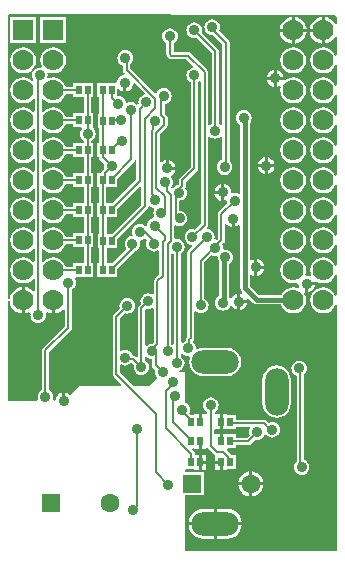
<source format=gbl>
G04*
G04 #@! TF.GenerationSoftware,Altium Limited,Altium Designer,21.0.8 (223)*
G04*
G04 Layer_Physical_Order=2*
G04 Layer_Color=16711680*
%FSLAX25Y25*%
%MOIN*%
G70*
G04*
G04 #@! TF.SameCoordinates,84E36BB9-B4DE-43A9-923A-922111DECC7A*
G04*
G04*
G04 #@! TF.FilePolarity,Positive*
G04*
G01*
G75*
%ADD12C,0.00800*%
%ADD57C,0.01500*%
%ADD59C,0.07000*%
%ADD60R,0.06299X0.06299*%
%ADD61C,0.06299*%
%ADD62R,0.07000X0.07000*%
%ADD63O,0.07874X0.15748*%
%ADD64O,0.15748X0.07874*%
%ADD65C,0.03600*%
%ADD66R,0.02000X0.03000*%
G36*
X109000Y179589D02*
X109500Y179089D01*
Y176702D01*
X109000Y176602D01*
X108931Y176769D01*
X108209Y177709D01*
X107269Y178431D01*
X106175Y178884D01*
X105500Y178973D01*
Y174500D01*
Y170027D01*
X106175Y170116D01*
X107269Y170569D01*
X108209Y171291D01*
X108931Y172231D01*
X109000Y172398D01*
X109500Y172298D01*
Y166179D01*
X109000Y166080D01*
X108756Y166669D01*
X108067Y167567D01*
X107169Y168256D01*
X106123Y168689D01*
X105000Y168837D01*
X103877Y168689D01*
X102831Y168256D01*
X101933Y167567D01*
X101244Y166669D01*
X100811Y165622D01*
X100663Y164500D01*
X100811Y163377D01*
X101244Y162331D01*
X101933Y161433D01*
X102831Y160744D01*
X103877Y160311D01*
X105000Y160163D01*
X106123Y160311D01*
X107169Y160744D01*
X108067Y161433D01*
X108756Y162331D01*
X109000Y162920D01*
X109500Y162821D01*
Y156179D01*
X109000Y156080D01*
X108756Y156669D01*
X108067Y157567D01*
X107169Y158256D01*
X106123Y158689D01*
X105000Y158837D01*
X103877Y158689D01*
X102831Y158256D01*
X101933Y157567D01*
X101244Y156669D01*
X100811Y155622D01*
X100663Y154500D01*
X100811Y153377D01*
X101244Y152331D01*
X101933Y151433D01*
X102831Y150744D01*
X103877Y150311D01*
X105000Y150163D01*
X106123Y150311D01*
X107169Y150744D01*
X108067Y151433D01*
X108756Y152331D01*
X109000Y152920D01*
X109500Y152821D01*
Y146179D01*
X109000Y146080D01*
X108756Y146669D01*
X108067Y147567D01*
X107169Y148256D01*
X106123Y148689D01*
X105000Y148837D01*
X103877Y148689D01*
X102831Y148256D01*
X101933Y147567D01*
X101244Y146669D01*
X100811Y145623D01*
X100663Y144500D01*
X100811Y143377D01*
X101244Y142331D01*
X101933Y141433D01*
X102831Y140744D01*
X103877Y140311D01*
X105000Y140163D01*
X106123Y140311D01*
X107169Y140744D01*
X108067Y141433D01*
X108756Y142331D01*
X109000Y142920D01*
X109500Y142821D01*
Y136179D01*
X109000Y136080D01*
X108756Y136669D01*
X108067Y137567D01*
X107169Y138256D01*
X106123Y138689D01*
X105000Y138837D01*
X103877Y138689D01*
X102831Y138256D01*
X101933Y137567D01*
X101244Y136669D01*
X100811Y135623D01*
X100663Y134500D01*
X100811Y133378D01*
X101244Y132331D01*
X101933Y131433D01*
X102831Y130744D01*
X103877Y130311D01*
X105000Y130163D01*
X106123Y130311D01*
X107169Y130744D01*
X108067Y131433D01*
X108756Y132331D01*
X109000Y132920D01*
X109500Y132821D01*
Y126179D01*
X109000Y126080D01*
X108756Y126669D01*
X108067Y127567D01*
X107169Y128256D01*
X106123Y128689D01*
X105000Y128837D01*
X103877Y128689D01*
X102831Y128256D01*
X101933Y127567D01*
X101244Y126669D01*
X100811Y125622D01*
X100663Y124500D01*
X100811Y123378D01*
X101244Y122331D01*
X101933Y121433D01*
X102831Y120744D01*
X103877Y120311D01*
X105000Y120163D01*
X106123Y120311D01*
X107169Y120744D01*
X108067Y121433D01*
X108756Y122331D01*
X109000Y122920D01*
X109500Y122821D01*
Y116179D01*
X109000Y116080D01*
X108756Y116669D01*
X108067Y117567D01*
X107169Y118256D01*
X106123Y118689D01*
X105000Y118837D01*
X103877Y118689D01*
X102831Y118256D01*
X101933Y117567D01*
X101244Y116669D01*
X100811Y115622D01*
X100663Y114500D01*
X100811Y113377D01*
X101244Y112331D01*
X101933Y111433D01*
X102831Y110744D01*
X103877Y110311D01*
X105000Y110163D01*
X106123Y110311D01*
X107169Y110744D01*
X108067Y111433D01*
X108756Y112331D01*
X109000Y112920D01*
X109500Y112821D01*
Y106179D01*
X109000Y106080D01*
X108756Y106669D01*
X108067Y107567D01*
X107169Y108256D01*
X106123Y108689D01*
X105000Y108837D01*
X103877Y108689D01*
X102831Y108256D01*
X101933Y107567D01*
X101244Y106669D01*
X100811Y105622D01*
X100663Y104500D01*
X100811Y103377D01*
X101244Y102331D01*
X101933Y101433D01*
X102831Y100744D01*
X103877Y100311D01*
X105000Y100163D01*
X106123Y100311D01*
X107169Y100744D01*
X108067Y101433D01*
X108756Y102331D01*
X109000Y102920D01*
X109500Y102821D01*
Y96179D01*
X109000Y96080D01*
X108756Y96669D01*
X108067Y97567D01*
X107169Y98256D01*
X106123Y98689D01*
X105000Y98837D01*
X103877Y98689D01*
X102831Y98256D01*
X101933Y97567D01*
X101244Y96669D01*
X100811Y95622D01*
X100663Y94500D01*
X100811Y93378D01*
X101001Y92918D01*
X100618Y92535D01*
X100286Y92673D01*
X99555Y92769D01*
X99397Y92748D01*
X99093Y93145D01*
X99189Y93378D01*
X99337Y94500D01*
X99189Y95622D01*
X98756Y96669D01*
X98067Y97567D01*
X97169Y98256D01*
X96122Y98689D01*
X95000Y98837D01*
X93878Y98689D01*
X92831Y98256D01*
X91933Y97567D01*
X91244Y96669D01*
X90811Y95622D01*
X90663Y94500D01*
X90811Y93378D01*
X91244Y92331D01*
X91933Y91433D01*
X92831Y90744D01*
X93878Y90311D01*
X95000Y90163D01*
X96122Y90311D01*
X96355Y90407D01*
X96752Y90103D01*
X96731Y89945D01*
X96827Y89214D01*
X96965Y88882D01*
X96582Y88499D01*
X96122Y88689D01*
X95000Y88837D01*
X93878Y88689D01*
X92831Y88256D01*
X91933Y87567D01*
X91244Y86669D01*
X91088Y86291D01*
X83444D01*
X80580Y89155D01*
Y92828D01*
X81029Y93050D01*
X81088Y93004D01*
X81769Y92722D01*
X82000Y92692D01*
Y95450D01*
Y98208D01*
X81769Y98178D01*
X81088Y97896D01*
X81029Y97850D01*
X80580Y98072D01*
Y143438D01*
X80522Y143730D01*
X80771Y144055D01*
X81033Y144687D01*
X81122Y145366D01*
X81033Y146045D01*
X80771Y146677D01*
X80354Y147221D01*
X79811Y147637D01*
X79179Y147899D01*
X78500Y147989D01*
X77821Y147899D01*
X77189Y147637D01*
X76646Y147221D01*
X76229Y146677D01*
X75967Y146045D01*
X75878Y145366D01*
X75967Y144687D01*
X76229Y144055D01*
X76646Y143512D01*
X77189Y143095D01*
X77420Y142999D01*
Y120146D01*
X76920Y119899D01*
X76761Y120021D01*
X76129Y120283D01*
X75450Y120372D01*
X74800Y120287D01*
X74718Y120289D01*
X74307Y120632D01*
X74228Y121231D01*
X73946Y121912D01*
X73497Y122497D01*
X72912Y122946D01*
X72231Y123228D01*
X72000Y123258D01*
Y120500D01*
Y117742D01*
X72231Y117772D01*
X72371Y117830D01*
X72861Y117492D01*
X72917Y117071D01*
X72953Y116983D01*
X70135Y114165D01*
X69870Y113768D01*
X69776Y113300D01*
Y105022D01*
X69439Y104684D01*
X68905Y104793D01*
X68735Y105047D01*
X68808Y105600D01*
X68718Y106279D01*
X68456Y106911D01*
X68040Y107454D01*
X67497Y107871D01*
X66864Y108133D01*
X66415Y108192D01*
X66228Y108712D01*
X66365Y108850D01*
X66630Y109247D01*
X66724Y109715D01*
Y138874D01*
X66932Y139008D01*
X67224Y139086D01*
X67689Y138729D01*
X68321Y138467D01*
X69000Y138378D01*
X69679Y138467D01*
X70311Y138729D01*
X70854Y139146D01*
X70870Y139166D01*
X71370Y138997D01*
Y131477D01*
X70783Y131234D01*
X70240Y130817D01*
X69823Y130274D01*
X69561Y129641D01*
X69471Y128963D01*
X69561Y128284D01*
X69823Y127651D01*
X70240Y127108D01*
X70783Y126691D01*
X71415Y126429D01*
X72094Y126340D01*
X72773Y126429D01*
X73405Y126691D01*
X73948Y127108D01*
X74365Y127651D01*
X74627Y128284D01*
X74716Y128963D01*
X74627Y129641D01*
X74365Y130274D01*
X73948Y130817D01*
X73817Y130917D01*
Y170406D01*
X73724Y170874D01*
X73459Y171271D01*
X70350Y174380D01*
X70533Y174821D01*
X70622Y175500D01*
X70533Y176179D01*
X70271Y176811D01*
X69854Y177354D01*
X69311Y177771D01*
X68679Y178033D01*
X68000Y178122D01*
X67321Y178033D01*
X66689Y177771D01*
X66146Y177354D01*
X65729Y176811D01*
X65467Y176179D01*
X65378Y175500D01*
X65467Y174821D01*
X65729Y174189D01*
X66146Y173646D01*
X66689Y173229D01*
X67321Y172967D01*
X68000Y172878D01*
X68347Y172923D01*
X71370Y169899D01*
Y143003D01*
X70870Y142833D01*
X70854Y142854D01*
X70311Y143271D01*
X70223Y143307D01*
Y167500D01*
X70130Y167968D01*
X69865Y168365D01*
X64497Y173733D01*
X64533Y173821D01*
X64622Y174500D01*
X64533Y175179D01*
X64271Y175811D01*
X63854Y176354D01*
X63311Y176771D01*
X62679Y177033D01*
X62000Y177122D01*
X61321Y177033D01*
X60689Y176771D01*
X60146Y176354D01*
X59729Y175811D01*
X59467Y175179D01*
X59378Y174500D01*
X59467Y173821D01*
X59729Y173189D01*
X60146Y172646D01*
X60689Y172229D01*
X61321Y171967D01*
X62000Y171878D01*
X62679Y171967D01*
X62766Y172003D01*
X67777Y166993D01*
Y143307D01*
X67689Y143271D01*
X67224Y142914D01*
X66932Y142992D01*
X66724Y143125D01*
Y160500D01*
X66630Y160968D01*
X66365Y161365D01*
X60765Y166965D01*
X60368Y167230D01*
X59900Y167324D01*
X55124D01*
Y170193D01*
X55211Y170229D01*
X55754Y170646D01*
X56171Y171189D01*
X56433Y171821D01*
X56522Y172500D01*
X56433Y173179D01*
X56171Y173811D01*
X55754Y174354D01*
X55211Y174771D01*
X54579Y175033D01*
X53900Y175122D01*
X53221Y175033D01*
X52589Y174771D01*
X52046Y174354D01*
X51629Y173811D01*
X51367Y173179D01*
X51278Y172500D01*
X51367Y171821D01*
X51629Y171189D01*
X52046Y170646D01*
X52589Y170229D01*
X52676Y170193D01*
Y166569D01*
X52770Y166100D01*
X53035Y165703D01*
X53504Y165235D01*
X53900Y164970D01*
X54369Y164876D01*
X59393D01*
X61685Y162585D01*
X61505Y162057D01*
X61321Y162033D01*
X60689Y161771D01*
X60146Y161354D01*
X59729Y160811D01*
X59467Y160179D01*
X59378Y159500D01*
X59467Y158821D01*
X59729Y158189D01*
X60146Y157646D01*
X60689Y157229D01*
X60777Y157193D01*
Y129007D01*
X57135Y125365D01*
X56870Y124968D01*
X56776Y124500D01*
Y123007D01*
X56688Y122919D01*
X56338Y122873D01*
X55705Y122611D01*
X55162Y122194D01*
X54868Y121810D01*
X54821Y121801D01*
X54365Y121889D01*
X54328Y122041D01*
X54671Y122489D01*
X54933Y123121D01*
X55022Y123800D01*
X54933Y124479D01*
X54671Y125111D01*
X54375Y125497D01*
X54405Y125954D01*
X54483Y126109D01*
X54997Y126503D01*
X55446Y127088D01*
X55728Y127769D01*
X55758Y128000D01*
X53000D01*
Y128500D01*
X52500D01*
Y131258D01*
X52269Y131228D01*
X51588Y130946D01*
X51123Y130589D01*
X50624Y130763D01*
Y139893D01*
X52737Y142006D01*
X53002Y142403D01*
X53095Y142871D01*
Y145371D01*
X53002Y145840D01*
X52737Y146237D01*
X52223Y146749D01*
Y150040D01*
X52549Y150083D01*
X53181Y150345D01*
X53724Y150762D01*
X54141Y151305D01*
X54403Y151938D01*
X54492Y152616D01*
X54403Y153295D01*
X54141Y153928D01*
X53724Y154471D01*
X53181Y154887D01*
X52549Y155149D01*
X51870Y155239D01*
X51191Y155149D01*
X50559Y154887D01*
X50016Y154471D01*
X49599Y153928D01*
X49497Y153683D01*
X48908Y153565D01*
X40723Y161749D01*
Y163294D01*
X40879Y163413D01*
X41296Y163956D01*
X41558Y164588D01*
X41647Y165267D01*
X41558Y165946D01*
X41296Y166578D01*
X40879Y167122D01*
X40336Y167538D01*
X39703Y167800D01*
X39024Y167890D01*
X38346Y167800D01*
X37713Y167538D01*
X37170Y167122D01*
X36753Y166578D01*
X36491Y165946D01*
X36402Y165267D01*
X36491Y164588D01*
X36753Y163956D01*
X37170Y163413D01*
X37713Y162996D01*
X38276Y162763D01*
Y161243D01*
X38370Y160774D01*
X38635Y160378D01*
X38854Y160158D01*
X38667Y159639D01*
X38165Y159573D01*
X37484Y159290D01*
X36899Y158842D01*
X36450Y158257D01*
X36168Y157576D01*
X36072Y156845D01*
X36033Y156800D01*
X29700D01*
Y152200D01*
X30327D01*
Y146700D01*
X29800D01*
Y142100D01*
X30327D01*
Y136800D01*
X29700D01*
Y132200D01*
X30277D01*
Y132134D01*
X30370Y131666D01*
X30635Y131269D01*
X31947Y129957D01*
X31910Y129869D01*
X31821Y129190D01*
X31910Y128512D01*
X31947Y128424D01*
X31235Y127712D01*
X30970Y127315D01*
X30876Y126847D01*
Y126800D01*
X29700D01*
Y122200D01*
X30277D01*
Y116800D01*
X29700D01*
Y112200D01*
X30327D01*
Y106700D01*
X29800D01*
Y102100D01*
X30327D01*
Y96800D01*
X29700D01*
Y92200D01*
X36300D01*
Y95070D01*
X41985Y100755D01*
X42079Y100767D01*
X42711Y101029D01*
X43254Y101446D01*
X43671Y101989D01*
X43933Y102621D01*
X44022Y103300D01*
X43933Y103979D01*
X43851Y104177D01*
X43859Y104243D01*
X44173Y104705D01*
X44586Y104760D01*
X45219Y105022D01*
X45615Y105326D01*
X46229Y104712D01*
X46229Y104711D01*
X45967Y104079D01*
X45878Y103400D01*
X45967Y102721D01*
X46229Y102089D01*
X46646Y101546D01*
X47189Y101129D01*
X47821Y100867D01*
X48500Y100778D01*
X49179Y100867D01*
X49811Y101129D01*
X49828Y101142D01*
X50276Y100921D01*
Y93207D01*
X48835Y91765D01*
X48570Y91368D01*
X48476Y90900D01*
Y86679D01*
X48028Y86458D01*
X48011Y86471D01*
X47379Y86733D01*
X46700Y86822D01*
X46021Y86733D01*
X45389Y86471D01*
X44846Y86054D01*
X44429Y85511D01*
X44167Y84879D01*
X44078Y84200D01*
X44167Y83521D01*
X44203Y83434D01*
X43535Y82765D01*
X43270Y82368D01*
X43176Y81900D01*
Y65744D01*
X42715Y65553D01*
X42538Y65729D01*
X42141Y65995D01*
X41673Y66088D01*
X41529D01*
X41271Y66711D01*
X40854Y67254D01*
X40311Y67671D01*
X39679Y67933D01*
X39000Y68022D01*
X38321Y67933D01*
X37689Y67671D01*
X37672Y67658D01*
X37224Y67879D01*
Y78493D01*
X38934Y80203D01*
X39021Y80167D01*
X39700Y80078D01*
X40379Y80167D01*
X41011Y80429D01*
X41554Y80846D01*
X41971Y81389D01*
X42233Y82021D01*
X42322Y82700D01*
X42233Y83379D01*
X41971Y84011D01*
X41554Y84554D01*
X41011Y84971D01*
X40379Y85233D01*
X39700Y85322D01*
X39021Y85233D01*
X38389Y84971D01*
X37846Y84554D01*
X37429Y84011D01*
X37167Y83379D01*
X37078Y82700D01*
X37167Y82021D01*
X37203Y81934D01*
X35135Y79865D01*
X34870Y79468D01*
X34776Y79000D01*
Y59943D01*
X34870Y59474D01*
X35135Y59078D01*
X37661Y56551D01*
X37470Y56090D01*
X23500D01*
X20446Y53036D01*
X19912Y53446D01*
X19231Y53728D01*
X19000Y53758D01*
Y51000D01*
X18000D01*
Y53758D01*
X17769Y53728D01*
X17088Y53446D01*
X16503Y52997D01*
X16054Y52412D01*
X15772Y51731D01*
X15688Y51090D01*
X15121D01*
X14844Y51505D01*
X14933Y51721D01*
X15022Y52400D01*
X14933Y53079D01*
X14671Y53711D01*
X14254Y54254D01*
X13711Y54671D01*
X13623Y54707D01*
Y67272D01*
X20865Y74514D01*
X21130Y74911D01*
X21224Y75379D01*
Y88093D01*
X21311Y88129D01*
X21854Y88546D01*
X22271Y89089D01*
X22533Y89721D01*
X22622Y90400D01*
X22533Y91079D01*
X22271Y91711D01*
X22240Y91752D01*
X22461Y92200D01*
X28300D01*
Y96800D01*
X27724D01*
Y102200D01*
X28300D01*
Y106800D01*
X27724D01*
Y112200D01*
X28300D01*
Y116800D01*
X27724D01*
Y122200D01*
X28300D01*
Y126800D01*
X27724D01*
Y132200D01*
X28300D01*
Y136800D01*
X27724D01*
Y137693D01*
X27811Y137729D01*
X28354Y138146D01*
X28771Y138689D01*
X29033Y139321D01*
X29122Y140000D01*
X29033Y140679D01*
X28771Y141311D01*
X28431Y141754D01*
X28300Y142200D01*
X28300Y142200D01*
X28300D01*
X28300Y142200D01*
Y146800D01*
X27724D01*
Y152200D01*
X28300D01*
Y156800D01*
X21700D01*
Y155724D01*
X19148D01*
X18756Y156669D01*
X18067Y157567D01*
X17168Y158256D01*
X16123Y158689D01*
X15000Y158837D01*
X13878Y158689D01*
X13445Y158510D01*
X13184Y158708D01*
X13041Y158884D01*
X13122Y159500D01*
X13041Y160116D01*
X13184Y160292D01*
X13445Y160490D01*
X13878Y160311D01*
X15000Y160163D01*
X16123Y160311D01*
X17168Y160744D01*
X18067Y161433D01*
X18756Y162331D01*
X19189Y163377D01*
X19337Y164500D01*
X19189Y165622D01*
X18756Y166669D01*
X18067Y167567D01*
X17168Y168256D01*
X16123Y168689D01*
X15000Y168837D01*
X13878Y168689D01*
X12832Y168256D01*
X11933Y167567D01*
X11244Y166669D01*
X10811Y165622D01*
X10663Y164500D01*
X10811Y163377D01*
X11157Y162540D01*
X10855Y162092D01*
X10834Y162078D01*
X10500Y162122D01*
X9821Y162033D01*
X9189Y161771D01*
X8646Y161354D01*
X8229Y160811D01*
X7967Y160179D01*
X7878Y159500D01*
X7967Y158821D01*
X8229Y158189D01*
X8462Y157885D01*
X8459Y157873D01*
X8384Y157815D01*
X7897Y157697D01*
X7169Y158256D01*
X6123Y158689D01*
X5000Y158837D01*
X3878Y158689D01*
X2831Y158256D01*
X1933Y157567D01*
X1244Y156669D01*
X811Y155622D01*
X663Y154500D01*
X811Y153377D01*
X1244Y152331D01*
X1933Y151433D01*
X2831Y150744D01*
X3878Y150311D01*
X5000Y150163D01*
X6123Y150311D01*
X7169Y150744D01*
X8067Y151433D01*
X8276Y151707D01*
X8777Y151537D01*
Y147463D01*
X8276Y147293D01*
X8067Y147567D01*
X7169Y148256D01*
X6123Y148689D01*
X5000Y148837D01*
X3878Y148689D01*
X2831Y148256D01*
X1933Y147567D01*
X1244Y146669D01*
X811Y145623D01*
X663Y144500D01*
X811Y143377D01*
X1244Y142331D01*
X1933Y141433D01*
X2831Y140744D01*
X3878Y140311D01*
X5000Y140163D01*
X6123Y140311D01*
X7169Y140744D01*
X8067Y141433D01*
X8276Y141707D01*
X8777Y141537D01*
Y137463D01*
X8276Y137294D01*
X8067Y137567D01*
X7169Y138256D01*
X6123Y138689D01*
X5000Y138837D01*
X3878Y138689D01*
X2831Y138256D01*
X1933Y137567D01*
X1244Y136669D01*
X811Y135623D01*
X663Y134500D01*
X811Y133378D01*
X1244Y132331D01*
X1933Y131433D01*
X2831Y130744D01*
X3878Y130311D01*
X5000Y130163D01*
X6123Y130311D01*
X7169Y130744D01*
X8067Y131433D01*
X8276Y131707D01*
X8777Y131537D01*
Y127463D01*
X8276Y127294D01*
X8067Y127567D01*
X7169Y128256D01*
X6123Y128689D01*
X5000Y128837D01*
X3878Y128689D01*
X2831Y128256D01*
X1933Y127567D01*
X1244Y126669D01*
X811Y125622D01*
X663Y124500D01*
X811Y123378D01*
X1244Y122331D01*
X1933Y121433D01*
X2831Y120744D01*
X3878Y120311D01*
X5000Y120163D01*
X6123Y120311D01*
X7169Y120744D01*
X8067Y121433D01*
X8276Y121706D01*
X8777Y121537D01*
Y117463D01*
X8276Y117294D01*
X8067Y117567D01*
X7169Y118256D01*
X6123Y118689D01*
X5000Y118837D01*
X3878Y118689D01*
X2831Y118256D01*
X1933Y117567D01*
X1244Y116669D01*
X811Y115622D01*
X663Y114500D01*
X811Y113377D01*
X1244Y112331D01*
X1933Y111433D01*
X2831Y110744D01*
X3878Y110311D01*
X5000Y110163D01*
X6123Y110311D01*
X7169Y110744D01*
X8067Y111433D01*
X8276Y111706D01*
X8777Y111537D01*
Y107463D01*
X8276Y107293D01*
X8067Y107567D01*
X7169Y108256D01*
X6123Y108689D01*
X5000Y108837D01*
X3878Y108689D01*
X2831Y108256D01*
X1933Y107567D01*
X1244Y106669D01*
X811Y105622D01*
X663Y104500D01*
X811Y103377D01*
X1244Y102331D01*
X1933Y101433D01*
X2831Y100744D01*
X3878Y100311D01*
X5000Y100163D01*
X6123Y100311D01*
X7169Y100744D01*
X8067Y101433D01*
X8276Y101707D01*
X8777Y101537D01*
Y97463D01*
X8276Y97294D01*
X8067Y97567D01*
X7169Y98256D01*
X6123Y98689D01*
X5000Y98837D01*
X3878Y98689D01*
X2831Y98256D01*
X1933Y97567D01*
X1244Y96669D01*
X811Y95622D01*
X663Y94500D01*
X811Y93378D01*
X1244Y92331D01*
X1933Y91433D01*
X2831Y90744D01*
X3878Y90311D01*
X5000Y90163D01*
X6123Y90311D01*
X7169Y90744D01*
X8067Y91433D01*
X8276Y91707D01*
X8777Y91537D01*
Y87748D01*
X8303Y87587D01*
X8209Y87709D01*
X7269Y88431D01*
X6175Y88884D01*
X5500Y88973D01*
Y84500D01*
Y80027D01*
X6175Y80116D01*
X7050Y80478D01*
X7295Y80302D01*
X7457Y80106D01*
X7378Y79500D01*
X7467Y78821D01*
X7729Y78189D01*
X8146Y77646D01*
X8689Y77229D01*
X9321Y76967D01*
X10000Y76878D01*
X10679Y76967D01*
X11311Y77229D01*
X11854Y77646D01*
X12271Y78189D01*
X12533Y78821D01*
X12622Y79500D01*
X12543Y80106D01*
X12705Y80302D01*
X12950Y80478D01*
X13825Y80116D01*
X14500Y80027D01*
Y84500D01*
X15500D01*
Y80027D01*
X16175Y80116D01*
X17269Y80569D01*
X18209Y81291D01*
X18303Y81413D01*
X18777Y81252D01*
Y75886D01*
X11535Y68644D01*
X11270Y68247D01*
X11176Y67779D01*
Y54707D01*
X11089Y54671D01*
X10546Y54254D01*
X10129Y53711D01*
X9867Y53079D01*
X9778Y52400D01*
X9867Y51721D01*
X9956Y51505D01*
X9679Y51090D01*
X0D01*
Y84172D01*
X500Y84205D01*
X616Y83325D01*
X1069Y82231D01*
X1791Y81291D01*
X2731Y80569D01*
X3825Y80116D01*
X4500Y80027D01*
Y84500D01*
Y88973D01*
X3825Y88884D01*
X2731Y88431D01*
X1791Y87709D01*
X1069Y86769D01*
X616Y85675D01*
X500Y84795D01*
X0Y84828D01*
Y179735D01*
X354Y180088D01*
X109000Y179589D01*
D02*
G37*
G36*
X39396Y154086D02*
X39627Y154117D01*
X40308Y154399D01*
X40893Y154848D01*
X41342Y155432D01*
X41624Y156114D01*
X41690Y156615D01*
X42210Y156803D01*
X45503Y153509D01*
X45342Y153036D01*
X45321Y153033D01*
X44689Y152771D01*
X44146Y152354D01*
X43729Y151811D01*
X43467Y151179D01*
X43378Y150500D01*
X43433Y150075D01*
X43275Y149883D01*
X42754Y149771D01*
X42211Y150188D01*
X41579Y150450D01*
X40900Y150539D01*
X40221Y150450D01*
X39703Y150235D01*
X39342Y150365D01*
X39165Y150493D01*
X39147Y150622D01*
X38885Y151255D01*
X38469Y151798D01*
X37926Y152215D01*
X37293Y152477D01*
X36614Y152566D01*
X36300Y152842D01*
Y154807D01*
X36800Y154977D01*
X36899Y154848D01*
X37484Y154399D01*
X38165Y154117D01*
X38396Y154086D01*
Y156845D01*
X39396D01*
Y154086D01*
D02*
G37*
G36*
X21700Y152200D02*
X25276D01*
Y146800D01*
X21700D01*
Y145723D01*
X19148D01*
X18756Y146669D01*
X18067Y147567D01*
X17168Y148256D01*
X16123Y148689D01*
X15000Y148837D01*
X13878Y148689D01*
X12832Y148256D01*
X11933Y147567D01*
X11723Y147293D01*
X11224Y147463D01*
Y151537D01*
X11723Y151707D01*
X11933Y151433D01*
X12832Y150744D01*
X13878Y150311D01*
X15000Y150163D01*
X16123Y150311D01*
X17168Y150744D01*
X18067Y151433D01*
X18756Y152331D01*
X19148Y153277D01*
X21700D01*
Y152200D01*
D02*
G37*
G36*
Y142200D02*
X24320D01*
X24527Y141700D01*
X24229Y141311D01*
X23967Y140679D01*
X23878Y140000D01*
X23967Y139321D01*
X24229Y138689D01*
X24646Y138146D01*
X25189Y137729D01*
X25276Y137693D01*
Y136800D01*
X21700D01*
Y135723D01*
X19148D01*
X18756Y136669D01*
X18067Y137567D01*
X17168Y138256D01*
X16123Y138689D01*
X15000Y138837D01*
X13878Y138689D01*
X12832Y138256D01*
X11933Y137567D01*
X11723Y137294D01*
X11224Y137463D01*
Y141537D01*
X11723Y141707D01*
X11933Y141433D01*
X12832Y140744D01*
X13878Y140311D01*
X15000Y140163D01*
X16123Y140311D01*
X17168Y140744D01*
X18067Y141433D01*
X18756Y142331D01*
X19148Y143277D01*
X21700D01*
Y142200D01*
D02*
G37*
G36*
Y132200D02*
X25276D01*
Y126800D01*
X21700D01*
Y125724D01*
X19148D01*
X18756Y126669D01*
X18067Y127567D01*
X17168Y128256D01*
X16123Y128689D01*
X15000Y128837D01*
X13878Y128689D01*
X12832Y128256D01*
X11933Y127567D01*
X11723Y127294D01*
X11224Y127463D01*
Y131537D01*
X11723Y131707D01*
X11933Y131433D01*
X12832Y130744D01*
X13878Y130311D01*
X15000Y130163D01*
X16123Y130311D01*
X17168Y130744D01*
X18067Y131433D01*
X18756Y132331D01*
X19148Y133276D01*
X21700D01*
Y132200D01*
D02*
G37*
G36*
Y122200D02*
X25276D01*
Y116800D01*
X21700D01*
Y115724D01*
X19148D01*
X18756Y116669D01*
X18067Y117567D01*
X17168Y118256D01*
X16123Y118689D01*
X15000Y118837D01*
X13878Y118689D01*
X12832Y118256D01*
X11933Y117567D01*
X11723Y117294D01*
X11224Y117463D01*
Y121537D01*
X11723Y121706D01*
X11933Y121433D01*
X12832Y120744D01*
X13878Y120311D01*
X15000Y120163D01*
X16123Y120311D01*
X17168Y120744D01*
X18067Y121433D01*
X18756Y122331D01*
X19148Y123276D01*
X21700D01*
Y122200D01*
D02*
G37*
G36*
X42676Y131214D02*
Y124907D01*
X34570Y116800D01*
X32724D01*
Y122200D01*
X36300D01*
Y125070D01*
X41865Y130635D01*
X42130Y131032D01*
X42176Y131264D01*
X42676Y131214D01*
D02*
G37*
G36*
X21700Y112200D02*
X25276D01*
Y106800D01*
X21700D01*
Y105724D01*
X19148D01*
X18756Y106669D01*
X18067Y107567D01*
X17168Y108256D01*
X16123Y108689D01*
X15000Y108837D01*
X13878Y108689D01*
X12832Y108256D01*
X11933Y107567D01*
X11723Y107293D01*
X11224Y107463D01*
Y111537D01*
X11723Y111706D01*
X11933Y111433D01*
X12832Y110744D01*
X13878Y110311D01*
X15000Y110163D01*
X16123Y110311D01*
X17168Y110744D01*
X18067Y111433D01*
X18756Y112331D01*
X19148Y113277D01*
X21700D01*
Y112200D01*
D02*
G37*
G36*
X47489Y115619D02*
X48121Y115357D01*
X48460Y115313D01*
X48623Y115026D01*
X48702Y114777D01*
X48467Y114209D01*
X48378Y113530D01*
X48467Y112852D01*
X48614Y112498D01*
X48344Y111970D01*
X48322Y111955D01*
X48156Y111933D01*
X47524Y111671D01*
X46981Y111254D01*
X46564Y110711D01*
X46302Y110079D01*
X46212Y109400D01*
X46216Y109377D01*
X45830Y109181D01*
X45739Y109164D01*
X45219Y109564D01*
X44586Y109826D01*
X43907Y109915D01*
X43229Y109826D01*
X42596Y109564D01*
X42053Y109147D01*
X41636Y108604D01*
X41374Y107971D01*
X41285Y107293D01*
X41374Y106614D01*
X41456Y106416D01*
X41449Y106350D01*
X41134Y105887D01*
X40721Y105833D01*
X40089Y105571D01*
X39546Y105154D01*
X39129Y104611D01*
X38867Y103979D01*
X38778Y103300D01*
X38867Y102621D01*
X39129Y101989D01*
X39402Y101633D01*
X34570Y96800D01*
X32774D01*
Y102100D01*
X36400D01*
Y104970D01*
X46365Y114935D01*
X46630Y115332D01*
X46685Y115606D01*
X47112Y115818D01*
X47223Y115823D01*
X47489Y115619D01*
D02*
G37*
G36*
X64068Y157508D02*
X64276Y157375D01*
Y110222D01*
X62152Y108097D01*
X62064Y108133D01*
X61385Y108222D01*
X60707Y108133D01*
X60074Y107871D01*
X59531Y107454D01*
X59114Y106911D01*
X58852Y106279D01*
X58763Y105600D01*
X58852Y104921D01*
X59114Y104289D01*
X59531Y103746D01*
X60074Y103329D01*
X60707Y103067D01*
X61156Y103008D01*
X61343Y102488D01*
X59935Y101080D01*
X59670Y100683D01*
X59576Y100215D01*
Y72364D01*
X59535Y72322D01*
X59270Y71925D01*
X59176Y71457D01*
Y70928D01*
X58694Y70728D01*
X58151Y70311D01*
X58126Y70280D01*
X57626Y70450D01*
Y100117D01*
X58054Y100446D01*
X58471Y100989D01*
X58733Y101621D01*
X58822Y102300D01*
X58733Y102979D01*
X58471Y103611D01*
X58054Y104154D01*
X57511Y104571D01*
X56879Y104833D01*
X56200Y104922D01*
X55823Y104873D01*
X55323Y105252D01*
Y109306D01*
X55772Y109527D01*
X55789Y109514D01*
X56421Y109252D01*
X57100Y109162D01*
X57779Y109252D01*
X58411Y109514D01*
X58954Y109931D01*
X59371Y110474D01*
X59633Y111106D01*
X59722Y111785D01*
X59633Y112464D01*
X59371Y113096D01*
X58954Y113639D01*
X58411Y114056D01*
X57779Y114318D01*
X57100Y114407D01*
X57034Y114465D01*
Y117719D01*
X57695Y117806D01*
X58328Y118069D01*
X58871Y118485D01*
X59288Y119028D01*
X59550Y119661D01*
X59639Y120340D01*
X59550Y121018D01*
X59288Y121651D01*
X59067Y121938D01*
X59130Y122032D01*
X59224Y122500D01*
Y123993D01*
X62865Y127635D01*
X63130Y128032D01*
X63223Y128500D01*
Y157193D01*
X63311Y157229D01*
X63776Y157586D01*
X64068Y157508D01*
D02*
G37*
G36*
X75500Y108842D02*
X75731Y108872D01*
X76412Y109154D01*
X76920Y109544D01*
X77420Y109411D01*
Y88500D01*
X77540Y87895D01*
X77882Y87383D01*
X78083Y87182D01*
X77800Y86758D01*
X77631Y86828D01*
X77400Y86858D01*
Y84600D01*
X79658D01*
X79628Y84831D01*
X79558Y85000D01*
X79982Y85283D01*
X81672Y83593D01*
X82184Y83251D01*
X82789Y83131D01*
X90913D01*
X91244Y82331D01*
X91933Y81433D01*
X92831Y80744D01*
X93878Y80311D01*
X95000Y80163D01*
X96122Y80311D01*
X97169Y80744D01*
X98067Y81433D01*
X98756Y82331D01*
X99189Y83377D01*
X99337Y84500D01*
X99189Y85623D01*
X98756Y86669D01*
X98690Y86755D01*
X98702Y86795D01*
X98981Y87196D01*
X99055Y87186D01*
Y89945D01*
X99555D01*
Y90445D01*
X102314D01*
X102304Y90518D01*
X102705Y90798D01*
X102745Y90810D01*
X102831Y90744D01*
X103877Y90311D01*
X105000Y90163D01*
X106123Y90311D01*
X107169Y90744D01*
X108067Y91433D01*
X108756Y92331D01*
X109000Y92920D01*
X109500Y92821D01*
Y86179D01*
X109000Y86080D01*
X108756Y86669D01*
X108067Y87567D01*
X107169Y88256D01*
X106123Y88689D01*
X105000Y88837D01*
X103877Y88689D01*
X102831Y88256D01*
X101933Y87567D01*
X101244Y86669D01*
X100811Y85623D01*
X100663Y84500D01*
X100811Y83377D01*
X101244Y82331D01*
X101933Y81433D01*
X102831Y80744D01*
X103877Y80311D01*
X105000Y80163D01*
X106123Y80311D01*
X107169Y80744D01*
X108067Y81433D01*
X108756Y82331D01*
X109000Y82920D01*
X109500Y82821D01*
Y1089D01*
X59000D01*
Y19450D01*
X65107D01*
Y27350D01*
X59209D01*
X59065Y27756D01*
X59338Y28200D01*
X62000D01*
Y28000D01*
X63500D01*
Y30500D01*
Y33000D01*
X62224D01*
Y33303D01*
X62130Y33771D01*
X61865Y34168D01*
X61295Y34738D01*
X61487Y35200D01*
X62000D01*
Y35000D01*
X63500D01*
Y37500D01*
X64500D01*
Y35000D01*
X66000D01*
Y35185D01*
X66500Y35337D01*
X66635Y35135D01*
X68635Y33135D01*
X69000Y32891D01*
Y31000D01*
X71000D01*
Y30500D01*
X71500D01*
Y28000D01*
X73000D01*
Y28200D01*
X75800D01*
Y32800D01*
X74507D01*
X74265Y33162D01*
X72927Y34500D01*
X73000Y35000D01*
X73417Y35200D01*
X75800D01*
Y36277D01*
X80000D01*
X80468Y36370D01*
X80865Y36635D01*
X82221Y37991D01*
X82279Y37967D01*
X82957Y37878D01*
X83636Y37967D01*
X84269Y38229D01*
X84812Y38646D01*
X85229Y39189D01*
X85422Y39657D01*
X85865Y39766D01*
X85982Y39749D01*
X86146Y39536D01*
X86689Y39119D01*
X87321Y38857D01*
X88000Y38768D01*
X88679Y38857D01*
X89311Y39119D01*
X89854Y39536D01*
X90271Y40079D01*
X90533Y40711D01*
X90622Y41390D01*
X90533Y42069D01*
X90271Y42701D01*
X89854Y43244D01*
X89311Y43661D01*
X88679Y43923D01*
X88000Y44012D01*
X87321Y43923D01*
X86817Y43714D01*
X86167Y44365D01*
X85770Y44630D01*
X85302Y44723D01*
X75800D01*
Y46300D01*
X73000D01*
Y46500D01*
X71500D01*
Y44000D01*
Y41500D01*
X73000D01*
Y41700D01*
X75800D01*
Y42276D01*
X80478D01*
X80699Y41828D01*
X80686Y41811D01*
X80424Y41179D01*
X80335Y40500D01*
X80424Y39821D01*
X80473Y39703D01*
X79493Y38723D01*
X75800D01*
Y39800D01*
X73000D01*
Y40000D01*
X71500D01*
Y37500D01*
X70500D01*
Y40000D01*
X69000D01*
X68723Y40385D01*
Y41115D01*
X69000Y41500D01*
X70500D01*
Y44000D01*
Y46500D01*
X69000D01*
X68835Y46731D01*
X68811Y47229D01*
X69354Y47646D01*
X69771Y48189D01*
X70033Y48821D01*
X70122Y49500D01*
X70033Y50179D01*
X69771Y50811D01*
X69354Y51354D01*
X68811Y51771D01*
X68179Y52033D01*
X67500Y52122D01*
X66821Y52033D01*
X66189Y51771D01*
X65646Y51354D01*
X65229Y50811D01*
X64967Y50179D01*
X64878Y49500D01*
X64967Y48821D01*
X65229Y48189D01*
X65646Y47646D01*
X66189Y47229D01*
X66165Y46731D01*
X66000Y46500D01*
X65776Y46500D01*
X64500D01*
Y44000D01*
X63500D01*
Y46500D01*
X62000D01*
Y46300D01*
X60930D01*
X60350Y46880D01*
X60533Y47321D01*
X60622Y48000D01*
X60533Y48679D01*
X60271Y49311D01*
X59854Y49854D01*
X59311Y50271D01*
X59000Y50400D01*
Y60589D01*
X57170D01*
X57071Y61089D01*
X57463Y61252D01*
X58007Y61669D01*
X58423Y62212D01*
X58685Y62844D01*
X58775Y63523D01*
X58685Y64202D01*
X58423Y64834D01*
X58007Y65377D01*
X57626Y65669D01*
Y66464D01*
X58126Y66634D01*
X58151Y66602D01*
X58694Y66186D01*
X59326Y65924D01*
X60005Y65834D01*
X60190Y65859D01*
X60542Y65401D01*
X60448Y65174D01*
X60285Y63937D01*
X60448Y62700D01*
X60925Y61548D01*
X61685Y60558D01*
X62674Y59799D01*
X63826Y59322D01*
X65063Y59159D01*
X72937D01*
X74174Y59322D01*
X75326Y59799D01*
X76315Y60558D01*
X77075Y61548D01*
X77552Y62700D01*
X77715Y63937D01*
X77552Y65174D01*
X77075Y66326D01*
X76315Y67316D01*
X75326Y68075D01*
X74174Y68552D01*
X72937Y68715D01*
X65063D01*
X63826Y68552D01*
X63105Y68253D01*
X62919Y68333D01*
X62610Y68589D01*
X62538Y69135D01*
X62276Y69768D01*
X61859Y70311D01*
X61659Y70465D01*
X61639Y70966D01*
X61665Y70992D01*
X61930Y71389D01*
X62024Y71857D01*
Y80580D01*
X62524Y80809D01*
X62889Y80529D01*
X63521Y80267D01*
X64200Y80178D01*
X64879Y80267D01*
X65511Y80529D01*
X66054Y80946D01*
X66471Y81489D01*
X66733Y82121D01*
X66822Y82800D01*
X66733Y83479D01*
X66471Y84111D01*
X66054Y84654D01*
X65511Y85071D01*
X65424Y85107D01*
Y97208D01*
X67856Y99640D01*
X68368Y99428D01*
X69046Y99339D01*
X69349Y99379D01*
X69795Y98935D01*
X69778Y98800D01*
X69867Y98121D01*
X70129Y97489D01*
X70420Y97110D01*
Y86025D01*
X70289Y85971D01*
X69746Y85554D01*
X69329Y85011D01*
X69067Y84379D01*
X68978Y83700D01*
X69067Y83021D01*
X69329Y82389D01*
X69746Y81846D01*
X70289Y81429D01*
X70921Y81167D01*
X71600Y81078D01*
X72279Y81167D01*
X72911Y81429D01*
X73454Y81846D01*
X73871Y82389D01*
X73954Y82589D01*
X74219Y82641D01*
X74507Y82618D01*
X74903Y82103D01*
X75488Y81654D01*
X76169Y81372D01*
X76400Y81342D01*
Y84100D01*
Y86858D01*
X76169Y86828D01*
X75488Y86546D01*
X74903Y86097D01*
X74454Y85512D01*
X74395Y85370D01*
X73866Y85277D01*
X73580Y85575D01*
Y96475D01*
X73711Y96529D01*
X74254Y96946D01*
X74671Y97489D01*
X74933Y98121D01*
X75022Y98800D01*
X74933Y99479D01*
X74671Y100111D01*
X74254Y100654D01*
X73711Y101071D01*
X73079Y101333D01*
X72400Y101422D01*
X72097Y101383D01*
X71651Y101826D01*
X71669Y101961D01*
X71579Y102640D01*
X71367Y103152D01*
X71865Y103650D01*
X72130Y104047D01*
X72224Y104515D01*
Y109798D01*
X72724Y109967D01*
X73003Y109603D01*
X73588Y109154D01*
X74269Y108872D01*
X74500Y108842D01*
Y111600D01*
X75500D01*
Y108842D01*
D02*
G37*
G36*
X44276Y122393D02*
Y116307D01*
X34670Y106700D01*
X32774D01*
Y112200D01*
X36300D01*
Y115070D01*
X43815Y122584D01*
X44276Y122393D01*
D02*
G37*
G36*
X21700Y102200D02*
X25276D01*
Y96800D01*
X21700D01*
Y95723D01*
X19148D01*
X18756Y96669D01*
X18067Y97567D01*
X17168Y98256D01*
X16123Y98689D01*
X15000Y98837D01*
X13878Y98689D01*
X12832Y98256D01*
X11933Y97567D01*
X11723Y97294D01*
X11224Y97463D01*
Y101537D01*
X11723Y101707D01*
X11933Y101433D01*
X12832Y100744D01*
X13878Y100311D01*
X15000Y100163D01*
X16123Y100311D01*
X17168Y100744D01*
X18067Y101433D01*
X18756Y102331D01*
X19148Y103277D01*
X21700D01*
Y102200D01*
D02*
G37*
G36*
X48476Y81721D02*
Y70464D01*
X48119Y70107D01*
X48000Y70122D01*
X47321Y70033D01*
X46689Y69771D01*
X46146Y69354D01*
X46123Y69326D01*
X45623Y69495D01*
Y81360D01*
X46008Y81673D01*
X46021Y81667D01*
X46700Y81578D01*
X47379Y81667D01*
X48011Y81929D01*
X48028Y81942D01*
X48476Y81721D01*
D02*
G37*
G36*
X55179Y99784D02*
Y69979D01*
X54756Y69771D01*
X54324Y69994D01*
Y99804D01*
X54743Y100027D01*
X55179Y99784D01*
D02*
G37*
G36*
X46146Y65646D02*
X46689Y65229D01*
X47321Y64967D01*
X47976Y64881D01*
Y62889D01*
X48070Y62421D01*
X48335Y62024D01*
X49003Y61356D01*
X48967Y61268D01*
X48878Y60589D01*
X48967Y59911D01*
X49229Y59278D01*
X49646Y58735D01*
X47000Y56090D01*
X41583D01*
X37224Y60449D01*
Y62921D01*
X37672Y63142D01*
X37689Y63129D01*
X38321Y62867D01*
X39000Y62778D01*
X39679Y62867D01*
X40311Y63129D01*
X40854Y63546D01*
X41355Y63452D01*
X41885Y62922D01*
X41867Y62879D01*
X41778Y62200D01*
X41867Y61521D01*
X42129Y60889D01*
X42546Y60346D01*
X43089Y59929D01*
X43721Y59667D01*
X44400Y59578D01*
X45079Y59667D01*
X45711Y59929D01*
X46254Y60346D01*
X46671Y60889D01*
X46933Y61521D01*
X47022Y62200D01*
X46933Y62879D01*
X46671Y63511D01*
X46254Y64054D01*
X45711Y64471D01*
X45623Y64507D01*
Y65505D01*
X46123Y65675D01*
X46146Y65646D01*
D02*
G37*
%LPC*%
G36*
X104500Y178973D02*
X103825Y178884D01*
X102731Y178431D01*
X101791Y177709D01*
X101069Y176769D01*
X100616Y175675D01*
X100527Y175000D01*
X104500D01*
Y178973D01*
D02*
G37*
G36*
X95500D02*
Y175000D01*
X99473D01*
X99384Y175675D01*
X98931Y176769D01*
X98209Y177709D01*
X97269Y178431D01*
X96175Y178884D01*
X95500Y178973D01*
D02*
G37*
G36*
X94500D02*
X93825Y178884D01*
X92731Y178431D01*
X91791Y177709D01*
X91069Y176769D01*
X90616Y175675D01*
X90527Y175000D01*
X94500D01*
Y178973D01*
D02*
G37*
G36*
X19300Y178800D02*
X10700D01*
Y170200D01*
X19300D01*
Y178800D01*
D02*
G37*
G36*
X9300D02*
X700D01*
Y170200D01*
X9300D01*
Y178800D01*
D02*
G37*
G36*
X104500Y174000D02*
X100527D01*
X100616Y173325D01*
X101069Y172231D01*
X101791Y171291D01*
X102731Y170569D01*
X103825Y170116D01*
X104500Y170027D01*
Y174000D01*
D02*
G37*
G36*
X99473D02*
X95500D01*
Y170027D01*
X96175Y170116D01*
X97269Y170569D01*
X98209Y171291D01*
X98931Y172231D01*
X99384Y173325D01*
X99473Y174000D01*
D02*
G37*
G36*
X94500D02*
X90527D01*
X90616Y173325D01*
X91069Y172231D01*
X91791Y171291D01*
X92731Y170569D01*
X93825Y170116D01*
X94500Y170027D01*
Y174000D01*
D02*
G37*
G36*
X95000Y168837D02*
X93878Y168689D01*
X92831Y168256D01*
X91933Y167567D01*
X91244Y166669D01*
X90811Y165622D01*
X90663Y164500D01*
X90811Y163377D01*
X91244Y162331D01*
X91933Y161433D01*
X92831Y160744D01*
X93878Y160311D01*
X95000Y160163D01*
X96122Y160311D01*
X97169Y160744D01*
X98067Y161433D01*
X98756Y162331D01*
X99189Y163377D01*
X99337Y164500D01*
X99189Y165622D01*
X98756Y166669D01*
X98067Y167567D01*
X97169Y168256D01*
X96122Y168689D01*
X95000Y168837D01*
D02*
G37*
G36*
X5000D02*
X3878Y168689D01*
X2831Y168256D01*
X1933Y167567D01*
X1244Y166669D01*
X811Y165622D01*
X663Y164500D01*
X811Y163377D01*
X1244Y162331D01*
X1933Y161433D01*
X2831Y160744D01*
X3878Y160311D01*
X5000Y160163D01*
X6123Y160311D01*
X7169Y160744D01*
X8067Y161433D01*
X8756Y162331D01*
X9189Y163377D01*
X9337Y164500D01*
X9189Y165622D01*
X8756Y166669D01*
X8067Y167567D01*
X7169Y168256D01*
X6123Y168689D01*
X5000Y168837D01*
D02*
G37*
G36*
X89502Y161257D02*
Y158999D01*
X91760D01*
X91729Y159229D01*
X91447Y159911D01*
X90999Y160495D01*
X90414Y160944D01*
X89732Y161226D01*
X89502Y161257D01*
D02*
G37*
G36*
X88502D02*
X88271Y161226D01*
X87590Y160944D01*
X87005Y160495D01*
X86556Y159911D01*
X86274Y159229D01*
X86243Y158999D01*
X88502D01*
Y161257D01*
D02*
G37*
G36*
X95000Y158837D02*
X93878Y158689D01*
X92831Y158256D01*
X92238Y157801D01*
X91896Y157999D01*
X89502D01*
Y155740D01*
X89732Y155771D01*
X90414Y156053D01*
X90464Y156091D01*
X90874Y155776D01*
X90811Y155622D01*
X90663Y154500D01*
X90811Y153377D01*
X91244Y152331D01*
X91933Y151433D01*
X92831Y150744D01*
X93878Y150311D01*
X95000Y150163D01*
X96122Y150311D01*
X97169Y150744D01*
X98067Y151433D01*
X98756Y152331D01*
X99189Y153377D01*
X99337Y154500D01*
X99189Y155622D01*
X98756Y156669D01*
X98067Y157567D01*
X97169Y158256D01*
X96122Y158689D01*
X95000Y158837D01*
D02*
G37*
G36*
X88502Y157999D02*
X86243D01*
X86274Y157767D01*
X86556Y157086D01*
X87005Y156501D01*
X87590Y156053D01*
X88271Y155771D01*
X88502Y155740D01*
Y157999D01*
D02*
G37*
G36*
X95000Y148837D02*
X93878Y148689D01*
X92831Y148256D01*
X91933Y147567D01*
X91244Y146669D01*
X90811Y145623D01*
X90663Y144500D01*
X90811Y143377D01*
X91244Y142331D01*
X91933Y141433D01*
X92831Y140744D01*
X93878Y140311D01*
X95000Y140163D01*
X96122Y140311D01*
X97169Y140744D01*
X98067Y141433D01*
X98756Y142331D01*
X99189Y143377D01*
X99337Y144500D01*
X99189Y145623D01*
X98756Y146669D01*
X98067Y147567D01*
X97169Y148256D01*
X96122Y148689D01*
X95000Y148837D01*
D02*
G37*
G36*
Y138837D02*
X93878Y138689D01*
X92831Y138256D01*
X91933Y137567D01*
X91244Y136669D01*
X90811Y135623D01*
X90663Y134500D01*
X90811Y133378D01*
X91244Y132331D01*
X91933Y131433D01*
X92831Y130744D01*
X93878Y130311D01*
X95000Y130163D01*
X96122Y130311D01*
X97169Y130744D01*
X98067Y131433D01*
X98756Y132331D01*
X99189Y133378D01*
X99337Y134500D01*
X99189Y135623D01*
X98756Y136669D01*
X98067Y137567D01*
X97169Y138256D01*
X96122Y138689D01*
X95000Y138837D01*
D02*
G37*
G36*
X86500Y132175D02*
Y129916D01*
X88758D01*
X88728Y130147D01*
X88446Y130828D01*
X87997Y131413D01*
X87412Y131862D01*
X86731Y132144D01*
X86500Y132175D01*
D02*
G37*
G36*
X85500D02*
X85269Y132144D01*
X84588Y131862D01*
X84003Y131413D01*
X83554Y130828D01*
X83272Y130147D01*
X83242Y129916D01*
X85500D01*
Y132175D01*
D02*
G37*
G36*
X53500Y131258D02*
Y129000D01*
X55758D01*
X55728Y129231D01*
X55446Y129912D01*
X54997Y130497D01*
X54412Y130946D01*
X53731Y131228D01*
X53500Y131258D01*
D02*
G37*
G36*
X88758Y128916D02*
X86500D01*
Y126658D01*
X86731Y126688D01*
X87412Y126971D01*
X87997Y127419D01*
X88446Y128004D01*
X88728Y128685D01*
X88758Y128916D01*
D02*
G37*
G36*
X85500D02*
X83242D01*
X83272Y128685D01*
X83554Y128004D01*
X84003Y127419D01*
X84588Y126971D01*
X85269Y126688D01*
X85500Y126658D01*
Y128916D01*
D02*
G37*
G36*
X71000Y123258D02*
X70769Y123228D01*
X70088Y122946D01*
X69503Y122497D01*
X69054Y121912D01*
X68772Y121231D01*
X68742Y121000D01*
X71000D01*
Y123258D01*
D02*
G37*
G36*
X95000Y128837D02*
X93878Y128689D01*
X92831Y128256D01*
X91933Y127567D01*
X91244Y126669D01*
X90811Y125622D01*
X90663Y124500D01*
X90811Y123378D01*
X91244Y122331D01*
X91933Y121433D01*
X92831Y120744D01*
X93878Y120311D01*
X95000Y120163D01*
X96122Y120311D01*
X97169Y120744D01*
X98067Y121433D01*
X98756Y122331D01*
X99189Y123378D01*
X99337Y124500D01*
X99189Y125622D01*
X98756Y126669D01*
X98067Y127567D01*
X97169Y128256D01*
X96122Y128689D01*
X95000Y128837D01*
D02*
G37*
G36*
X71000Y120000D02*
X68742D01*
X68772Y119769D01*
X69054Y119088D01*
X69503Y118503D01*
X70088Y118054D01*
X70769Y117772D01*
X71000Y117742D01*
Y120000D01*
D02*
G37*
G36*
X95000Y118837D02*
X93878Y118689D01*
X92831Y118256D01*
X91933Y117567D01*
X91244Y116669D01*
X90811Y115622D01*
X90663Y114500D01*
X90811Y113377D01*
X91244Y112331D01*
X91933Y111433D01*
X92831Y110744D01*
X93878Y110311D01*
X95000Y110163D01*
X96122Y110311D01*
X97169Y110744D01*
X98067Y111433D01*
X98756Y112331D01*
X99189Y113377D01*
X99337Y114500D01*
X99189Y115622D01*
X98756Y116669D01*
X98067Y117567D01*
X97169Y118256D01*
X96122Y118689D01*
X95000Y118837D01*
D02*
G37*
G36*
Y108837D02*
X93878Y108689D01*
X92831Y108256D01*
X91933Y107567D01*
X91244Y106669D01*
X90811Y105622D01*
X90663Y104500D01*
X90811Y103377D01*
X91244Y102331D01*
X91933Y101433D01*
X92831Y100744D01*
X93878Y100311D01*
X95000Y100163D01*
X96122Y100311D01*
X97169Y100744D01*
X98067Y101433D01*
X98756Y102331D01*
X99189Y103377D01*
X99337Y104500D01*
X99189Y105622D01*
X98756Y106669D01*
X98067Y107567D01*
X97169Y108256D01*
X96122Y108689D01*
X95000Y108837D01*
D02*
G37*
G36*
X83000Y98208D02*
Y95950D01*
X85258D01*
X85228Y96181D01*
X84946Y96862D01*
X84497Y97447D01*
X83912Y97896D01*
X83231Y98178D01*
X83000Y98208D01*
D02*
G37*
G36*
X85258Y94950D02*
X83000D01*
Y92692D01*
X83231Y92722D01*
X83912Y93004D01*
X84497Y93453D01*
X84946Y94038D01*
X85228Y94719D01*
X85258Y94950D01*
D02*
G37*
G36*
X102314Y89445D02*
X100055D01*
Y87186D01*
X100286Y87217D01*
X100967Y87499D01*
X101552Y87948D01*
X102001Y88533D01*
X102283Y89214D01*
X102314Y89445D01*
D02*
G37*
G36*
X79658Y83600D02*
X77400D01*
Y81342D01*
X77631Y81372D01*
X78312Y81654D01*
X78897Y82103D01*
X79346Y82688D01*
X79628Y83369D01*
X79658Y83600D01*
D02*
G37*
G36*
X89472Y62809D02*
X88236Y62647D01*
X87084Y62169D01*
X86094Y61410D01*
X85335Y60420D01*
X84857Y59268D01*
X84695Y58031D01*
Y50157D01*
X84857Y48921D01*
X85335Y47769D01*
X86094Y46779D01*
X87084Y46020D01*
X88236Y45542D01*
X89472Y45380D01*
X90709Y45542D01*
X91861Y46020D01*
X92851Y46779D01*
X93610Y47769D01*
X94087Y48921D01*
X94250Y50157D01*
Y58031D01*
X94087Y59268D01*
X93610Y60420D01*
X92851Y61410D01*
X91861Y62169D01*
X90709Y62647D01*
X89472Y62809D01*
D02*
G37*
G36*
X66000Y33000D02*
X64500D01*
Y31000D01*
X66000D01*
Y33000D01*
D02*
G37*
G36*
X70500Y30000D02*
X69000D01*
Y28000D01*
X70500D01*
Y30000D01*
D02*
G37*
G36*
X66000D02*
X64500D01*
Y28000D01*
X66000D01*
Y30000D01*
D02*
G37*
G36*
X96964Y64422D02*
X96285Y64333D01*
X95652Y64071D01*
X95109Y63654D01*
X94692Y63111D01*
X94430Y62479D01*
X94341Y61800D01*
X94430Y61121D01*
X94692Y60489D01*
X95109Y59946D01*
X95652Y59529D01*
X96158Y59319D01*
Y30918D01*
X95946Y30754D01*
X95529Y30211D01*
X95267Y29579D01*
X95178Y28900D01*
X95267Y28221D01*
X95529Y27589D01*
X95946Y27046D01*
X96489Y26629D01*
X97121Y26367D01*
X97800Y26278D01*
X98479Y26367D01*
X99111Y26629D01*
X99654Y27046D01*
X100071Y27589D01*
X100333Y28221D01*
X100422Y28900D01*
X100333Y29579D01*
X100071Y30211D01*
X99654Y30754D01*
X99111Y31171D01*
X98605Y31381D01*
Y59782D01*
X98818Y59946D01*
X99235Y60489D01*
X99497Y61121D01*
X99586Y61800D01*
X99497Y62479D01*
X99235Y63111D01*
X98818Y63654D01*
X98275Y64071D01*
X97642Y64333D01*
X96964Y64422D01*
D02*
G37*
G36*
X81343Y27520D02*
Y23900D01*
X84962D01*
X84885Y24483D01*
X84467Y25493D01*
X83802Y26360D01*
X82935Y27025D01*
X81926Y27443D01*
X81343Y27520D01*
D02*
G37*
G36*
X80343D02*
X79759Y27443D01*
X78750Y27025D01*
X77883Y26360D01*
X77218Y25493D01*
X76800Y24483D01*
X76723Y23900D01*
X80343D01*
Y27520D01*
D02*
G37*
G36*
X84962Y22900D02*
X81343D01*
Y19280D01*
X81926Y19357D01*
X82935Y19775D01*
X83802Y20440D01*
X84467Y21307D01*
X84885Y22317D01*
X84962Y22900D01*
D02*
G37*
G36*
X80343D02*
X76723D01*
X76800Y22317D01*
X77218Y21307D01*
X77883Y20440D01*
X78750Y19775D01*
X79759Y19357D01*
X80343Y19280D01*
Y22900D01*
D02*
G37*
G36*
X72937Y14980D02*
X69500D01*
Y10500D01*
X77851D01*
X77747Y11289D01*
X77249Y12490D01*
X76458Y13521D01*
X75427Y14312D01*
X74226Y14810D01*
X72937Y14980D01*
D02*
G37*
G36*
X68500D02*
X65063D01*
X63774Y14810D01*
X62573Y14312D01*
X61542Y13521D01*
X60751Y12490D01*
X60253Y11289D01*
X60149Y10500D01*
X68500D01*
Y14980D01*
D02*
G37*
G36*
X77851Y9500D02*
X69500D01*
Y5020D01*
X72937D01*
X74226Y5190D01*
X75427Y5688D01*
X76458Y6479D01*
X77249Y7510D01*
X77747Y8711D01*
X77851Y9500D01*
D02*
G37*
G36*
X68500D02*
X60149D01*
X60253Y8711D01*
X60751Y7510D01*
X61542Y6479D01*
X62573Y5688D01*
X63774Y5190D01*
X65063Y5020D01*
X68500D01*
Y9500D01*
D02*
G37*
%LPD*%
D12*
X64200Y97715D02*
X71000Y104515D01*
X49232Y27171D02*
Y46711D01*
X36000Y59943D02*
Y79000D01*
Y59943D02*
X49232Y46711D01*
X71000Y113300D02*
X75450Y117750D01*
X71000Y104515D02*
Y113300D01*
X64200Y82800D02*
Y97715D01*
X60005Y68457D02*
X60400Y68852D01*
Y71457D02*
X60800Y71857D01*
Y100215D01*
X60400Y68852D02*
Y71457D01*
X60800Y100215D02*
X66185Y105600D01*
X41500Y102000D02*
Y103400D01*
X65500Y109715D02*
Y160500D01*
X61385Y105600D02*
X65500Y109715D01*
X74500Y43500D02*
X85302D01*
X87411Y41390D02*
X88000D01*
X85302Y43500D02*
X87411Y41390D01*
X56403Y64174D02*
Y102097D01*
X55952Y63723D02*
X56403Y64174D01*
X96964Y61800D02*
X97382Y61382D01*
Y29318D02*
Y61382D01*
Y29318D02*
X97800Y28900D01*
X52000Y113526D02*
Y114258D01*
X50796Y113526D02*
X52000D01*
X49100Y117590D02*
Y118253D01*
X72594Y128963D02*
Y170406D01*
X31550Y134550D02*
Y154450D01*
Y94550D02*
Y114450D01*
X56326Y120826D02*
X58000Y122500D01*
X56326Y120205D02*
Y120600D01*
X48536Y68164D02*
X49200Y67500D01*
X48835Y109400D02*
X48935Y109300D01*
Y109135D02*
Y109300D01*
X50700Y113430D02*
X50796Y113526D01*
X56326Y120600D02*
X56756D01*
X56100D02*
X56326D01*
Y120826D01*
X54100Y104443D02*
Y119637D01*
X56756Y120600D02*
X57016Y120340D01*
X52936Y120801D02*
X54100Y119637D01*
X56458Y111785D02*
X57100D01*
X53100Y103443D02*
X54100Y104443D01*
X55811Y119689D02*
X56326Y120205D01*
X31500Y124500D02*
X32100Y125100D01*
Y126847D01*
X34444Y129190D01*
X69000Y63937D02*
X69269D01*
X72537Y60669D01*
X31500Y94500D02*
X31550Y94550D01*
X34500Y95000D02*
X41500Y102000D01*
X31500Y132134D02*
Y134500D01*
Y132134D02*
X34444Y129190D01*
X31500Y114500D02*
X31550Y114450D01*
X31500Y114500D02*
Y124500D01*
Y154500D02*
X31550Y154450D01*
X31500Y134500D02*
X31550Y134550D01*
X53100Y67803D02*
Y103443D01*
Y67803D02*
X53403Y67500D01*
X56200Y102300D02*
X56403Y102097D01*
X44337Y62200D02*
X44400D01*
X39536Y64864D02*
X41673D01*
X44337Y62200D01*
X39000Y65400D02*
X39536Y64864D01*
X43907Y107293D02*
X43907D01*
X44000Y107200D01*
X48500Y103400D02*
Y103563D01*
X36000Y79000D02*
X39700Y82700D01*
X49232Y27171D02*
X53400Y23004D01*
X49700Y90900D02*
X51500Y92700D01*
X48536Y68164D02*
Y68793D01*
X49700Y69958D01*
Y90900D01*
X44400Y81900D02*
X46700Y84200D01*
X44400Y62200D02*
Y81900D01*
X49200Y62889D02*
Y67200D01*
X48300D02*
X49200D01*
X48000Y67500D02*
X48300Y67200D01*
X49200Y62889D02*
X51500Y60589D01*
X52100Y104705D02*
Y105970D01*
X51500Y104105D02*
X52100Y104705D01*
X51500Y92700D02*
Y104105D01*
X45471Y107200D02*
X48804Y103867D01*
X48500Y103563D02*
X48804Y103867D01*
X48935Y109135D02*
X52100Y105970D01*
X44000Y107200D02*
X45471D01*
X52000Y114258D02*
X52100Y114358D01*
X55811Y112432D02*
X56458Y111785D01*
X49400Y122074D02*
X52100Y119374D01*
Y114358D02*
Y119374D01*
X49100Y118253D02*
X49319Y118473D01*
X52936Y120801D02*
Y123264D01*
X47800Y119992D02*
X49319Y118473D01*
X52400Y123800D02*
X52936Y123264D01*
X55811Y112432D02*
Y119689D01*
X58000Y122500D02*
Y124500D01*
X47800Y141063D02*
X48336Y141598D01*
X49400Y140400D02*
X51871Y142871D01*
X47800Y119992D02*
Y141063D01*
X49400Y122074D02*
Y140400D01*
X48336Y143593D02*
X48871Y144129D01*
X48336Y141598D02*
Y143593D01*
X12400Y67779D02*
X20000Y75379D01*
X12400Y52400D02*
Y67779D01*
X20000Y75379D02*
Y90400D01*
X15000Y94500D02*
X23500D01*
X82957Y40457D02*
Y40500D01*
X80000Y37500D02*
X82957Y40457D01*
X15000Y144500D02*
X23500D01*
X15000Y114500D02*
X23500D01*
X15000Y154500D02*
X23500D01*
X15000Y124500D02*
X23500D01*
X15000Y134500D02*
X23500D01*
X15000Y104500D02*
X23500D01*
X34500Y152058D02*
Y154500D01*
Y152058D02*
X36614Y149943D01*
X46000Y150500D02*
Y150500D01*
X41000Y131500D02*
Y147817D01*
X40900Y147917D02*
X41000Y147817D01*
X43900Y148400D02*
X46000Y150500D01*
X43900Y124400D02*
Y148400D01*
X45500Y145000D02*
X49000Y148500D01*
Y151743D01*
X51871Y142871D02*
Y145371D01*
X45500Y115800D02*
Y145000D01*
X51000Y146243D02*
X51871Y145371D01*
X51401Y152148D02*
X51870Y152616D01*
X34600Y104900D02*
X45500Y115800D01*
X51000Y146243D02*
Y152148D01*
X51401D01*
X39024Y165267D02*
X39500Y164792D01*
Y161243D02*
Y164792D01*
X58000Y124500D02*
X62000Y128500D01*
X67500Y36000D02*
Y49500D01*
Y36000D02*
X69500Y34000D01*
X71697D01*
X73400Y32297D01*
Y31100D02*
X74000Y30500D01*
X73400Y31100D02*
Y32297D01*
X74000Y44000D02*
X74500Y43500D01*
X74000Y37500D02*
X80000D01*
X41500Y14500D02*
X43000Y16000D01*
Y41500D01*
X55000Y44000D02*
Y52060D01*
Y44000D02*
X61000Y38000D01*
X58000Y47500D02*
Y48000D01*
X61000Y44000D02*
Y44500D01*
X58000Y47500D02*
X61000Y44500D01*
Y37500D02*
Y38000D01*
X55000Y52060D02*
X55470Y52530D01*
X52470Y41833D02*
Y54308D01*
X61000Y30500D02*
Y33303D01*
X52470Y41833D02*
X61000Y33303D01*
X52470Y54308D02*
X54260Y56099D01*
Y56761D01*
X10000Y79500D02*
Y159031D01*
X10469Y159500D01*
X10500D01*
X34500Y94500D02*
Y95000D01*
X59900Y166100D02*
X65500Y160500D01*
X53900Y166569D02*
Y172500D01*
Y166569D02*
X54369Y166100D01*
X59900D01*
X62000Y128500D02*
Y159500D01*
X68000Y175000D02*
Y175500D01*
X39500Y161243D02*
X49000Y151743D01*
X34500Y115000D02*
X43900Y124400D01*
X34600Y104400D02*
Y104900D01*
X34500Y114500D02*
Y115000D01*
Y125000D02*
X41000Y131500D01*
X34500Y124500D02*
Y125000D01*
X34700Y144500D02*
X37500D01*
X34500Y134500D02*
Y135000D01*
X36464Y136964D01*
X37464D01*
X38000Y137500D01*
X34600Y144400D02*
X34700Y144500D01*
X26500Y94500D02*
Y104500D01*
Y114500D01*
Y124500D01*
Y134500D01*
Y140000D01*
Y144500D02*
Y154500D01*
Y140000D02*
Y144500D01*
X69000Y141000D02*
Y167500D01*
X62000Y174500D02*
X69000Y167500D01*
X68000Y175000D02*
X72594Y170406D01*
D57*
X82789Y84711D02*
X94789D01*
X95000Y84500D01*
X79000Y88500D02*
X82789Y84711D01*
X72000Y98400D02*
X72400Y98800D01*
X72000Y84100D02*
Y98400D01*
X71600Y83700D02*
X72000Y84100D01*
X78500Y145366D02*
X78902Y144964D01*
Y143536D02*
Y144964D01*
Y143536D02*
X79000Y143438D01*
Y88500D02*
Y143438D01*
D59*
X95000Y84500D02*
D03*
X105000D02*
D03*
X5000Y164500D02*
D03*
Y154500D02*
D03*
Y144500D02*
D03*
Y134500D02*
D03*
Y124500D02*
D03*
X95000Y174500D02*
D03*
Y164500D02*
D03*
Y154500D02*
D03*
Y144500D02*
D03*
Y134500D02*
D03*
Y124500D02*
D03*
X5000Y114500D02*
D03*
Y104500D02*
D03*
Y94500D02*
D03*
Y84500D02*
D03*
X95000Y114500D02*
D03*
Y104500D02*
D03*
Y94500D02*
D03*
X15000Y164500D02*
D03*
Y154500D02*
D03*
Y144500D02*
D03*
Y134500D02*
D03*
Y124500D02*
D03*
X105000Y174500D02*
D03*
Y164500D02*
D03*
Y154500D02*
D03*
Y144500D02*
D03*
Y134500D02*
D03*
Y124500D02*
D03*
X15000Y114500D02*
D03*
Y104500D02*
D03*
Y94500D02*
D03*
Y84500D02*
D03*
X105000Y114500D02*
D03*
Y104500D02*
D03*
Y94500D02*
D03*
D60*
X61158Y23400D02*
D03*
X14157Y17000D02*
D03*
D61*
X80843Y23400D02*
D03*
X33843Y17000D02*
D03*
D62*
X5000Y174500D02*
D03*
X15000D02*
D03*
D63*
X89472Y54094D02*
D03*
D64*
X69000Y10000D02*
D03*
Y63937D02*
D03*
D65*
X76900Y84100D02*
D03*
X71600Y83700D02*
D03*
X64200Y82800D02*
D03*
X60005Y68457D02*
D03*
X66185Y105600D02*
D03*
X69046Y101961D02*
D03*
X61385Y105600D02*
D03*
X88000Y41390D02*
D03*
X56152Y63523D02*
D03*
X96964Y61800D02*
D03*
X48500Y103400D02*
D03*
X48835Y109400D02*
D03*
X57016Y120340D02*
D03*
X57100Y111785D02*
D03*
X18500Y51000D02*
D03*
X97800Y28900D02*
D03*
X41400Y103300D02*
D03*
X34444Y129190D02*
D03*
X53403Y67500D02*
D03*
X39000Y65400D02*
D03*
X43907Y107293D02*
D03*
X51000Y113530D02*
D03*
X82500Y95450D02*
D03*
X72400Y98800D02*
D03*
X99555Y89945D02*
D03*
X39700Y82700D02*
D03*
X43000Y41500D02*
D03*
X53400Y23004D02*
D03*
X46700Y84200D02*
D03*
X44400Y62200D02*
D03*
X48000Y67500D02*
D03*
X51500Y60589D02*
D03*
X75450Y117750D02*
D03*
X48800Y117891D02*
D03*
X52400Y123800D02*
D03*
X56200Y102300D02*
D03*
X12400Y52400D02*
D03*
X20000Y90400D02*
D03*
X78500Y145366D02*
D03*
X82957Y40500D02*
D03*
X40900Y147917D02*
D03*
X36614Y149943D02*
D03*
X48871Y144129D02*
D03*
X38896Y156845D02*
D03*
X39024Y165267D02*
D03*
X53000Y128500D02*
D03*
X89002Y158499D02*
D03*
X75000Y111600D02*
D03*
X71500Y120500D02*
D03*
X86000Y129416D02*
D03*
X67500Y49500D02*
D03*
X41500Y14500D02*
D03*
X58000Y48000D02*
D03*
X55470Y52530D02*
D03*
X54760Y57261D02*
D03*
X10500Y159500D02*
D03*
X10000Y79500D02*
D03*
X62000Y159500D02*
D03*
X53900Y172500D02*
D03*
X68000Y175500D02*
D03*
X62000Y174500D02*
D03*
X51870Y152616D02*
D03*
X46000Y150500D02*
D03*
X69000Y141000D02*
D03*
X37500Y144500D02*
D03*
X38000Y137500D02*
D03*
X26500Y140000D02*
D03*
X72094Y128963D02*
D03*
D66*
X71000Y44000D02*
D03*
X74000D02*
D03*
X23500Y94500D02*
D03*
X26500D02*
D03*
X23500Y104500D02*
D03*
X26500D02*
D03*
X23500Y114500D02*
D03*
X26500D02*
D03*
X23500Y124500D02*
D03*
X26500D02*
D03*
X23500Y134500D02*
D03*
X26500D02*
D03*
X23500Y144500D02*
D03*
X26500D02*
D03*
X23500Y154500D02*
D03*
X26500D02*
D03*
X71000Y30500D02*
D03*
X74000D02*
D03*
X64000D02*
D03*
X61000D02*
D03*
X71000Y37500D02*
D03*
X74000D02*
D03*
X64000D02*
D03*
X61000D02*
D03*
X64000Y44000D02*
D03*
X61000D02*
D03*
X34500Y94500D02*
D03*
X31500D02*
D03*
X34600Y104400D02*
D03*
X31600D02*
D03*
X34500Y114500D02*
D03*
X31500D02*
D03*
X34500Y124500D02*
D03*
X31500D02*
D03*
X34500Y134500D02*
D03*
X31500D02*
D03*
X34600Y144400D02*
D03*
X31600D02*
D03*
X34500Y154500D02*
D03*
X31500D02*
D03*
M02*

</source>
